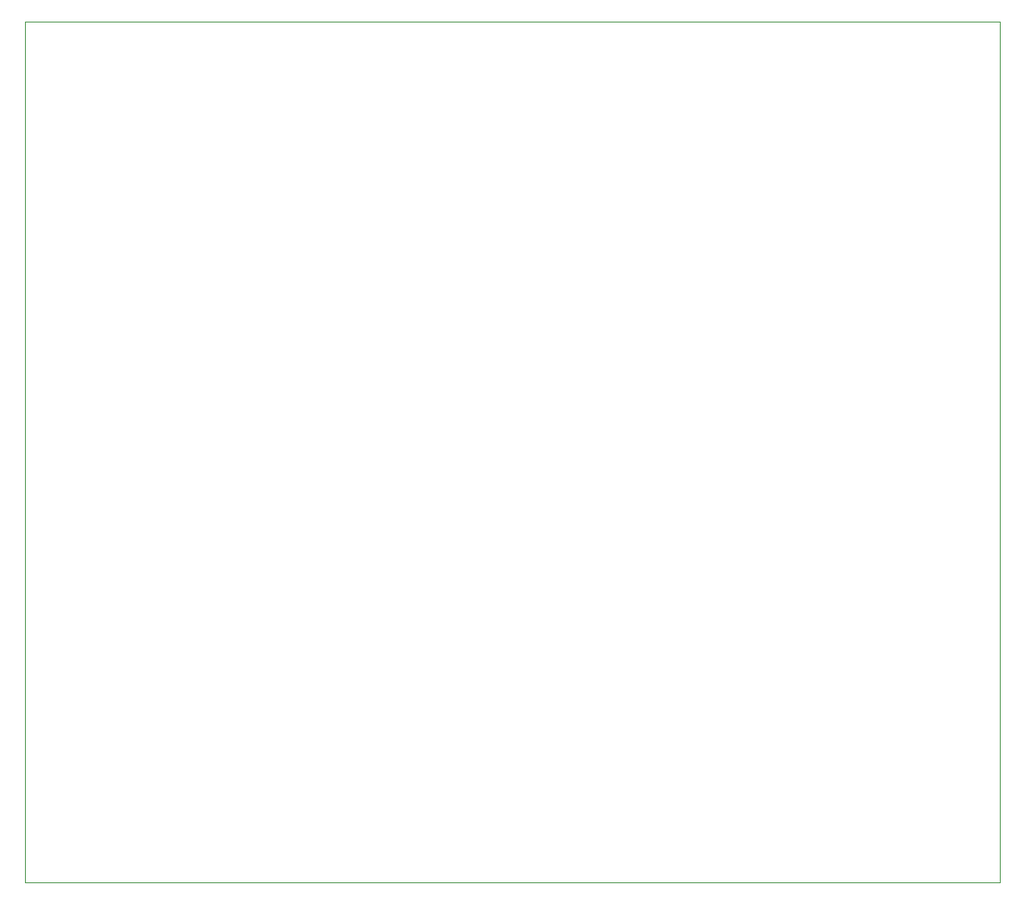
<source format=gbr>
%TF.GenerationSoftware,KiCad,Pcbnew,6.0.11+dfsg-1*%
%TF.CreationDate,2025-12-28T18:44:21+01:00*%
%TF.ProjectId,memoria1,6d656d6f-7269-4613-912e-6b696361645f,rev?*%
%TF.SameCoordinates,Original*%
%TF.FileFunction,Profile,NP*%
%FSLAX46Y46*%
G04 Gerber Fmt 4.6, Leading zero omitted, Abs format (unit mm)*
G04 Created by KiCad (PCBNEW 6.0.11+dfsg-1) date 2025-12-28 18:44:21*
%MOMM*%
%LPD*%
G01*
G04 APERTURE LIST*
%TA.AperFunction,Profile*%
%ADD10C,0.050000*%
%TD*%
G04 APERTURE END LIST*
D10*
X85090000Y-45850000D02*
X184150000Y-45850000D01*
X184150000Y-45850000D02*
X184150000Y-133350000D01*
X184150000Y-133350000D02*
X85090000Y-133350000D01*
X85090000Y-133350000D02*
X85090000Y-45850000D01*
M02*

</source>
